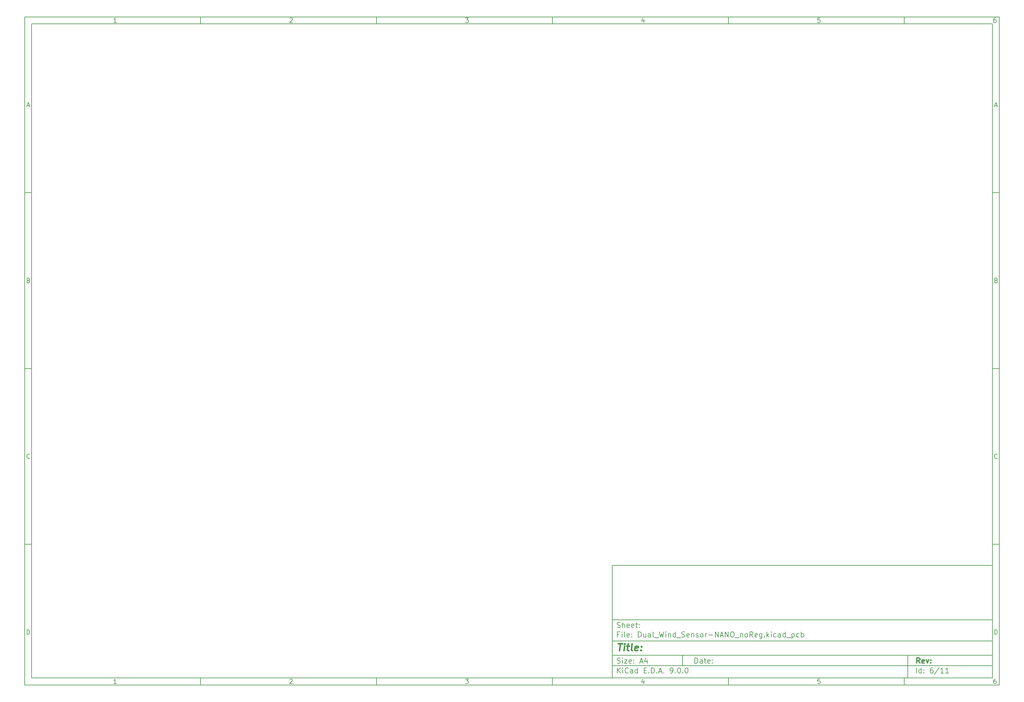
<source format=gbr>
%TF.GenerationSoftware,KiCad,Pcbnew,9.0.0*%
%TF.CreationDate,2025-05-27T12:16:38+03:00*%
%TF.ProjectId,Dual_Wind_Sensor-NANO_noReg,4475616c-5f57-4696-9e64-5f53656e736f,rev?*%
%TF.SameCoordinates,Original*%
%TF.FileFunction,Paste,Bot*%
%TF.FilePolarity,Positive*%
%FSLAX46Y46*%
G04 Gerber Fmt 4.6, Leading zero omitted, Abs format (unit mm)*
G04 Created by KiCad (PCBNEW 9.0.0) date 2025-05-27 12:16:38*
%MOMM*%
%LPD*%
G01*
G04 APERTURE LIST*
%ADD10C,0.100000*%
%ADD11C,0.150000*%
%ADD12C,0.300000*%
%ADD13C,0.400000*%
G04 APERTURE END LIST*
D10*
D11*
X177002200Y-166007200D02*
X285002200Y-166007200D01*
X285002200Y-198007200D01*
X177002200Y-198007200D01*
X177002200Y-166007200D01*
D10*
D11*
X10000000Y-10000000D02*
X287002200Y-10000000D01*
X287002200Y-200007200D01*
X10000000Y-200007200D01*
X10000000Y-10000000D01*
D10*
D11*
X12000000Y-12000000D02*
X285002200Y-12000000D01*
X285002200Y-198007200D01*
X12000000Y-198007200D01*
X12000000Y-12000000D01*
D10*
D11*
X60000000Y-12000000D02*
X60000000Y-10000000D01*
D10*
D11*
X110000000Y-12000000D02*
X110000000Y-10000000D01*
D10*
D11*
X160000000Y-12000000D02*
X160000000Y-10000000D01*
D10*
D11*
X210000000Y-12000000D02*
X210000000Y-10000000D01*
D10*
D11*
X260000000Y-12000000D02*
X260000000Y-10000000D01*
D10*
D11*
X36089160Y-11593604D02*
X35346303Y-11593604D01*
X35717731Y-11593604D02*
X35717731Y-10293604D01*
X35717731Y-10293604D02*
X35593922Y-10479319D01*
X35593922Y-10479319D02*
X35470112Y-10603128D01*
X35470112Y-10603128D02*
X35346303Y-10665033D01*
D10*
D11*
X85346303Y-10417414D02*
X85408207Y-10355509D01*
X85408207Y-10355509D02*
X85532017Y-10293604D01*
X85532017Y-10293604D02*
X85841541Y-10293604D01*
X85841541Y-10293604D02*
X85965350Y-10355509D01*
X85965350Y-10355509D02*
X86027255Y-10417414D01*
X86027255Y-10417414D02*
X86089160Y-10541223D01*
X86089160Y-10541223D02*
X86089160Y-10665033D01*
X86089160Y-10665033D02*
X86027255Y-10850747D01*
X86027255Y-10850747D02*
X85284398Y-11593604D01*
X85284398Y-11593604D02*
X86089160Y-11593604D01*
D10*
D11*
X135284398Y-10293604D02*
X136089160Y-10293604D01*
X136089160Y-10293604D02*
X135655826Y-10788842D01*
X135655826Y-10788842D02*
X135841541Y-10788842D01*
X135841541Y-10788842D02*
X135965350Y-10850747D01*
X135965350Y-10850747D02*
X136027255Y-10912652D01*
X136027255Y-10912652D02*
X136089160Y-11036461D01*
X136089160Y-11036461D02*
X136089160Y-11345985D01*
X136089160Y-11345985D02*
X136027255Y-11469795D01*
X136027255Y-11469795D02*
X135965350Y-11531700D01*
X135965350Y-11531700D02*
X135841541Y-11593604D01*
X135841541Y-11593604D02*
X135470112Y-11593604D01*
X135470112Y-11593604D02*
X135346303Y-11531700D01*
X135346303Y-11531700D02*
X135284398Y-11469795D01*
D10*
D11*
X185965350Y-10726938D02*
X185965350Y-11593604D01*
X185655826Y-10231700D02*
X185346303Y-11160271D01*
X185346303Y-11160271D02*
X186151064Y-11160271D01*
D10*
D11*
X236027255Y-10293604D02*
X235408207Y-10293604D01*
X235408207Y-10293604D02*
X235346303Y-10912652D01*
X235346303Y-10912652D02*
X235408207Y-10850747D01*
X235408207Y-10850747D02*
X235532017Y-10788842D01*
X235532017Y-10788842D02*
X235841541Y-10788842D01*
X235841541Y-10788842D02*
X235965350Y-10850747D01*
X235965350Y-10850747D02*
X236027255Y-10912652D01*
X236027255Y-10912652D02*
X236089160Y-11036461D01*
X236089160Y-11036461D02*
X236089160Y-11345985D01*
X236089160Y-11345985D02*
X236027255Y-11469795D01*
X236027255Y-11469795D02*
X235965350Y-11531700D01*
X235965350Y-11531700D02*
X235841541Y-11593604D01*
X235841541Y-11593604D02*
X235532017Y-11593604D01*
X235532017Y-11593604D02*
X235408207Y-11531700D01*
X235408207Y-11531700D02*
X235346303Y-11469795D01*
D10*
D11*
X285965350Y-10293604D02*
X285717731Y-10293604D01*
X285717731Y-10293604D02*
X285593922Y-10355509D01*
X285593922Y-10355509D02*
X285532017Y-10417414D01*
X285532017Y-10417414D02*
X285408207Y-10603128D01*
X285408207Y-10603128D02*
X285346303Y-10850747D01*
X285346303Y-10850747D02*
X285346303Y-11345985D01*
X285346303Y-11345985D02*
X285408207Y-11469795D01*
X285408207Y-11469795D02*
X285470112Y-11531700D01*
X285470112Y-11531700D02*
X285593922Y-11593604D01*
X285593922Y-11593604D02*
X285841541Y-11593604D01*
X285841541Y-11593604D02*
X285965350Y-11531700D01*
X285965350Y-11531700D02*
X286027255Y-11469795D01*
X286027255Y-11469795D02*
X286089160Y-11345985D01*
X286089160Y-11345985D02*
X286089160Y-11036461D01*
X286089160Y-11036461D02*
X286027255Y-10912652D01*
X286027255Y-10912652D02*
X285965350Y-10850747D01*
X285965350Y-10850747D02*
X285841541Y-10788842D01*
X285841541Y-10788842D02*
X285593922Y-10788842D01*
X285593922Y-10788842D02*
X285470112Y-10850747D01*
X285470112Y-10850747D02*
X285408207Y-10912652D01*
X285408207Y-10912652D02*
X285346303Y-11036461D01*
D10*
D11*
X60000000Y-198007200D02*
X60000000Y-200007200D01*
D10*
D11*
X110000000Y-198007200D02*
X110000000Y-200007200D01*
D10*
D11*
X160000000Y-198007200D02*
X160000000Y-200007200D01*
D10*
D11*
X210000000Y-198007200D02*
X210000000Y-200007200D01*
D10*
D11*
X260000000Y-198007200D02*
X260000000Y-200007200D01*
D10*
D11*
X36089160Y-199600804D02*
X35346303Y-199600804D01*
X35717731Y-199600804D02*
X35717731Y-198300804D01*
X35717731Y-198300804D02*
X35593922Y-198486519D01*
X35593922Y-198486519D02*
X35470112Y-198610328D01*
X35470112Y-198610328D02*
X35346303Y-198672233D01*
D10*
D11*
X85346303Y-198424614D02*
X85408207Y-198362709D01*
X85408207Y-198362709D02*
X85532017Y-198300804D01*
X85532017Y-198300804D02*
X85841541Y-198300804D01*
X85841541Y-198300804D02*
X85965350Y-198362709D01*
X85965350Y-198362709D02*
X86027255Y-198424614D01*
X86027255Y-198424614D02*
X86089160Y-198548423D01*
X86089160Y-198548423D02*
X86089160Y-198672233D01*
X86089160Y-198672233D02*
X86027255Y-198857947D01*
X86027255Y-198857947D02*
X85284398Y-199600804D01*
X85284398Y-199600804D02*
X86089160Y-199600804D01*
D10*
D11*
X135284398Y-198300804D02*
X136089160Y-198300804D01*
X136089160Y-198300804D02*
X135655826Y-198796042D01*
X135655826Y-198796042D02*
X135841541Y-198796042D01*
X135841541Y-198796042D02*
X135965350Y-198857947D01*
X135965350Y-198857947D02*
X136027255Y-198919852D01*
X136027255Y-198919852D02*
X136089160Y-199043661D01*
X136089160Y-199043661D02*
X136089160Y-199353185D01*
X136089160Y-199353185D02*
X136027255Y-199476995D01*
X136027255Y-199476995D02*
X135965350Y-199538900D01*
X135965350Y-199538900D02*
X135841541Y-199600804D01*
X135841541Y-199600804D02*
X135470112Y-199600804D01*
X135470112Y-199600804D02*
X135346303Y-199538900D01*
X135346303Y-199538900D02*
X135284398Y-199476995D01*
D10*
D11*
X185965350Y-198734138D02*
X185965350Y-199600804D01*
X185655826Y-198238900D02*
X185346303Y-199167471D01*
X185346303Y-199167471D02*
X186151064Y-199167471D01*
D10*
D11*
X236027255Y-198300804D02*
X235408207Y-198300804D01*
X235408207Y-198300804D02*
X235346303Y-198919852D01*
X235346303Y-198919852D02*
X235408207Y-198857947D01*
X235408207Y-198857947D02*
X235532017Y-198796042D01*
X235532017Y-198796042D02*
X235841541Y-198796042D01*
X235841541Y-198796042D02*
X235965350Y-198857947D01*
X235965350Y-198857947D02*
X236027255Y-198919852D01*
X236027255Y-198919852D02*
X236089160Y-199043661D01*
X236089160Y-199043661D02*
X236089160Y-199353185D01*
X236089160Y-199353185D02*
X236027255Y-199476995D01*
X236027255Y-199476995D02*
X235965350Y-199538900D01*
X235965350Y-199538900D02*
X235841541Y-199600804D01*
X235841541Y-199600804D02*
X235532017Y-199600804D01*
X235532017Y-199600804D02*
X235408207Y-199538900D01*
X235408207Y-199538900D02*
X235346303Y-199476995D01*
D10*
D11*
X285965350Y-198300804D02*
X285717731Y-198300804D01*
X285717731Y-198300804D02*
X285593922Y-198362709D01*
X285593922Y-198362709D02*
X285532017Y-198424614D01*
X285532017Y-198424614D02*
X285408207Y-198610328D01*
X285408207Y-198610328D02*
X285346303Y-198857947D01*
X285346303Y-198857947D02*
X285346303Y-199353185D01*
X285346303Y-199353185D02*
X285408207Y-199476995D01*
X285408207Y-199476995D02*
X285470112Y-199538900D01*
X285470112Y-199538900D02*
X285593922Y-199600804D01*
X285593922Y-199600804D02*
X285841541Y-199600804D01*
X285841541Y-199600804D02*
X285965350Y-199538900D01*
X285965350Y-199538900D02*
X286027255Y-199476995D01*
X286027255Y-199476995D02*
X286089160Y-199353185D01*
X286089160Y-199353185D02*
X286089160Y-199043661D01*
X286089160Y-199043661D02*
X286027255Y-198919852D01*
X286027255Y-198919852D02*
X285965350Y-198857947D01*
X285965350Y-198857947D02*
X285841541Y-198796042D01*
X285841541Y-198796042D02*
X285593922Y-198796042D01*
X285593922Y-198796042D02*
X285470112Y-198857947D01*
X285470112Y-198857947D02*
X285408207Y-198919852D01*
X285408207Y-198919852D02*
X285346303Y-199043661D01*
D10*
D11*
X10000000Y-60000000D02*
X12000000Y-60000000D01*
D10*
D11*
X10000000Y-110000000D02*
X12000000Y-110000000D01*
D10*
D11*
X10000000Y-160000000D02*
X12000000Y-160000000D01*
D10*
D11*
X10690476Y-35222176D02*
X11309523Y-35222176D01*
X10566666Y-35593604D02*
X10999999Y-34293604D01*
X10999999Y-34293604D02*
X11433333Y-35593604D01*
D10*
D11*
X11092857Y-84912652D02*
X11278571Y-84974557D01*
X11278571Y-84974557D02*
X11340476Y-85036461D01*
X11340476Y-85036461D02*
X11402380Y-85160271D01*
X11402380Y-85160271D02*
X11402380Y-85345985D01*
X11402380Y-85345985D02*
X11340476Y-85469795D01*
X11340476Y-85469795D02*
X11278571Y-85531700D01*
X11278571Y-85531700D02*
X11154761Y-85593604D01*
X11154761Y-85593604D02*
X10659523Y-85593604D01*
X10659523Y-85593604D02*
X10659523Y-84293604D01*
X10659523Y-84293604D02*
X11092857Y-84293604D01*
X11092857Y-84293604D02*
X11216666Y-84355509D01*
X11216666Y-84355509D02*
X11278571Y-84417414D01*
X11278571Y-84417414D02*
X11340476Y-84541223D01*
X11340476Y-84541223D02*
X11340476Y-84665033D01*
X11340476Y-84665033D02*
X11278571Y-84788842D01*
X11278571Y-84788842D02*
X11216666Y-84850747D01*
X11216666Y-84850747D02*
X11092857Y-84912652D01*
X11092857Y-84912652D02*
X10659523Y-84912652D01*
D10*
D11*
X11402380Y-135469795D02*
X11340476Y-135531700D01*
X11340476Y-135531700D02*
X11154761Y-135593604D01*
X11154761Y-135593604D02*
X11030952Y-135593604D01*
X11030952Y-135593604D02*
X10845238Y-135531700D01*
X10845238Y-135531700D02*
X10721428Y-135407890D01*
X10721428Y-135407890D02*
X10659523Y-135284080D01*
X10659523Y-135284080D02*
X10597619Y-135036461D01*
X10597619Y-135036461D02*
X10597619Y-134850747D01*
X10597619Y-134850747D02*
X10659523Y-134603128D01*
X10659523Y-134603128D02*
X10721428Y-134479319D01*
X10721428Y-134479319D02*
X10845238Y-134355509D01*
X10845238Y-134355509D02*
X11030952Y-134293604D01*
X11030952Y-134293604D02*
X11154761Y-134293604D01*
X11154761Y-134293604D02*
X11340476Y-134355509D01*
X11340476Y-134355509D02*
X11402380Y-134417414D01*
D10*
D11*
X10659523Y-185593604D02*
X10659523Y-184293604D01*
X10659523Y-184293604D02*
X10969047Y-184293604D01*
X10969047Y-184293604D02*
X11154761Y-184355509D01*
X11154761Y-184355509D02*
X11278571Y-184479319D01*
X11278571Y-184479319D02*
X11340476Y-184603128D01*
X11340476Y-184603128D02*
X11402380Y-184850747D01*
X11402380Y-184850747D02*
X11402380Y-185036461D01*
X11402380Y-185036461D02*
X11340476Y-185284080D01*
X11340476Y-185284080D02*
X11278571Y-185407890D01*
X11278571Y-185407890D02*
X11154761Y-185531700D01*
X11154761Y-185531700D02*
X10969047Y-185593604D01*
X10969047Y-185593604D02*
X10659523Y-185593604D01*
D10*
D11*
X287002200Y-60000000D02*
X285002200Y-60000000D01*
D10*
D11*
X287002200Y-110000000D02*
X285002200Y-110000000D01*
D10*
D11*
X287002200Y-160000000D02*
X285002200Y-160000000D01*
D10*
D11*
X285692676Y-35222176D02*
X286311723Y-35222176D01*
X285568866Y-35593604D02*
X286002199Y-34293604D01*
X286002199Y-34293604D02*
X286435533Y-35593604D01*
D10*
D11*
X286095057Y-84912652D02*
X286280771Y-84974557D01*
X286280771Y-84974557D02*
X286342676Y-85036461D01*
X286342676Y-85036461D02*
X286404580Y-85160271D01*
X286404580Y-85160271D02*
X286404580Y-85345985D01*
X286404580Y-85345985D02*
X286342676Y-85469795D01*
X286342676Y-85469795D02*
X286280771Y-85531700D01*
X286280771Y-85531700D02*
X286156961Y-85593604D01*
X286156961Y-85593604D02*
X285661723Y-85593604D01*
X285661723Y-85593604D02*
X285661723Y-84293604D01*
X285661723Y-84293604D02*
X286095057Y-84293604D01*
X286095057Y-84293604D02*
X286218866Y-84355509D01*
X286218866Y-84355509D02*
X286280771Y-84417414D01*
X286280771Y-84417414D02*
X286342676Y-84541223D01*
X286342676Y-84541223D02*
X286342676Y-84665033D01*
X286342676Y-84665033D02*
X286280771Y-84788842D01*
X286280771Y-84788842D02*
X286218866Y-84850747D01*
X286218866Y-84850747D02*
X286095057Y-84912652D01*
X286095057Y-84912652D02*
X285661723Y-84912652D01*
D10*
D11*
X286404580Y-135469795D02*
X286342676Y-135531700D01*
X286342676Y-135531700D02*
X286156961Y-135593604D01*
X286156961Y-135593604D02*
X286033152Y-135593604D01*
X286033152Y-135593604D02*
X285847438Y-135531700D01*
X285847438Y-135531700D02*
X285723628Y-135407890D01*
X285723628Y-135407890D02*
X285661723Y-135284080D01*
X285661723Y-135284080D02*
X285599819Y-135036461D01*
X285599819Y-135036461D02*
X285599819Y-134850747D01*
X285599819Y-134850747D02*
X285661723Y-134603128D01*
X285661723Y-134603128D02*
X285723628Y-134479319D01*
X285723628Y-134479319D02*
X285847438Y-134355509D01*
X285847438Y-134355509D02*
X286033152Y-134293604D01*
X286033152Y-134293604D02*
X286156961Y-134293604D01*
X286156961Y-134293604D02*
X286342676Y-134355509D01*
X286342676Y-134355509D02*
X286404580Y-134417414D01*
D10*
D11*
X285661723Y-185593604D02*
X285661723Y-184293604D01*
X285661723Y-184293604D02*
X285971247Y-184293604D01*
X285971247Y-184293604D02*
X286156961Y-184355509D01*
X286156961Y-184355509D02*
X286280771Y-184479319D01*
X286280771Y-184479319D02*
X286342676Y-184603128D01*
X286342676Y-184603128D02*
X286404580Y-184850747D01*
X286404580Y-184850747D02*
X286404580Y-185036461D01*
X286404580Y-185036461D02*
X286342676Y-185284080D01*
X286342676Y-185284080D02*
X286280771Y-185407890D01*
X286280771Y-185407890D02*
X286156961Y-185531700D01*
X286156961Y-185531700D02*
X285971247Y-185593604D01*
X285971247Y-185593604D02*
X285661723Y-185593604D01*
D10*
D11*
X200458026Y-193793328D02*
X200458026Y-192293328D01*
X200458026Y-192293328D02*
X200815169Y-192293328D01*
X200815169Y-192293328D02*
X201029455Y-192364757D01*
X201029455Y-192364757D02*
X201172312Y-192507614D01*
X201172312Y-192507614D02*
X201243741Y-192650471D01*
X201243741Y-192650471D02*
X201315169Y-192936185D01*
X201315169Y-192936185D02*
X201315169Y-193150471D01*
X201315169Y-193150471D02*
X201243741Y-193436185D01*
X201243741Y-193436185D02*
X201172312Y-193579042D01*
X201172312Y-193579042D02*
X201029455Y-193721900D01*
X201029455Y-193721900D02*
X200815169Y-193793328D01*
X200815169Y-193793328D02*
X200458026Y-193793328D01*
X202600884Y-193793328D02*
X202600884Y-193007614D01*
X202600884Y-193007614D02*
X202529455Y-192864757D01*
X202529455Y-192864757D02*
X202386598Y-192793328D01*
X202386598Y-192793328D02*
X202100884Y-192793328D01*
X202100884Y-192793328D02*
X201958026Y-192864757D01*
X202600884Y-193721900D02*
X202458026Y-193793328D01*
X202458026Y-193793328D02*
X202100884Y-193793328D01*
X202100884Y-193793328D02*
X201958026Y-193721900D01*
X201958026Y-193721900D02*
X201886598Y-193579042D01*
X201886598Y-193579042D02*
X201886598Y-193436185D01*
X201886598Y-193436185D02*
X201958026Y-193293328D01*
X201958026Y-193293328D02*
X202100884Y-193221900D01*
X202100884Y-193221900D02*
X202458026Y-193221900D01*
X202458026Y-193221900D02*
X202600884Y-193150471D01*
X203100884Y-192793328D02*
X203672312Y-192793328D01*
X203315169Y-192293328D02*
X203315169Y-193579042D01*
X203315169Y-193579042D02*
X203386598Y-193721900D01*
X203386598Y-193721900D02*
X203529455Y-193793328D01*
X203529455Y-193793328D02*
X203672312Y-193793328D01*
X204743741Y-193721900D02*
X204600884Y-193793328D01*
X204600884Y-193793328D02*
X204315170Y-193793328D01*
X204315170Y-193793328D02*
X204172312Y-193721900D01*
X204172312Y-193721900D02*
X204100884Y-193579042D01*
X204100884Y-193579042D02*
X204100884Y-193007614D01*
X204100884Y-193007614D02*
X204172312Y-192864757D01*
X204172312Y-192864757D02*
X204315170Y-192793328D01*
X204315170Y-192793328D02*
X204600884Y-192793328D01*
X204600884Y-192793328D02*
X204743741Y-192864757D01*
X204743741Y-192864757D02*
X204815170Y-193007614D01*
X204815170Y-193007614D02*
X204815170Y-193150471D01*
X204815170Y-193150471D02*
X204100884Y-193293328D01*
X205458026Y-193650471D02*
X205529455Y-193721900D01*
X205529455Y-193721900D02*
X205458026Y-193793328D01*
X205458026Y-193793328D02*
X205386598Y-193721900D01*
X205386598Y-193721900D02*
X205458026Y-193650471D01*
X205458026Y-193650471D02*
X205458026Y-193793328D01*
X205458026Y-192864757D02*
X205529455Y-192936185D01*
X205529455Y-192936185D02*
X205458026Y-193007614D01*
X205458026Y-193007614D02*
X205386598Y-192936185D01*
X205386598Y-192936185D02*
X205458026Y-192864757D01*
X205458026Y-192864757D02*
X205458026Y-193007614D01*
D10*
D11*
X177002200Y-194507200D02*
X285002200Y-194507200D01*
D10*
D11*
X178458026Y-196593328D02*
X178458026Y-195093328D01*
X179315169Y-196593328D02*
X178672312Y-195736185D01*
X179315169Y-195093328D02*
X178458026Y-195950471D01*
X179958026Y-196593328D02*
X179958026Y-195593328D01*
X179958026Y-195093328D02*
X179886598Y-195164757D01*
X179886598Y-195164757D02*
X179958026Y-195236185D01*
X179958026Y-195236185D02*
X180029455Y-195164757D01*
X180029455Y-195164757D02*
X179958026Y-195093328D01*
X179958026Y-195093328D02*
X179958026Y-195236185D01*
X181529455Y-196450471D02*
X181458027Y-196521900D01*
X181458027Y-196521900D02*
X181243741Y-196593328D01*
X181243741Y-196593328D02*
X181100884Y-196593328D01*
X181100884Y-196593328D02*
X180886598Y-196521900D01*
X180886598Y-196521900D02*
X180743741Y-196379042D01*
X180743741Y-196379042D02*
X180672312Y-196236185D01*
X180672312Y-196236185D02*
X180600884Y-195950471D01*
X180600884Y-195950471D02*
X180600884Y-195736185D01*
X180600884Y-195736185D02*
X180672312Y-195450471D01*
X180672312Y-195450471D02*
X180743741Y-195307614D01*
X180743741Y-195307614D02*
X180886598Y-195164757D01*
X180886598Y-195164757D02*
X181100884Y-195093328D01*
X181100884Y-195093328D02*
X181243741Y-195093328D01*
X181243741Y-195093328D02*
X181458027Y-195164757D01*
X181458027Y-195164757D02*
X181529455Y-195236185D01*
X182815170Y-196593328D02*
X182815170Y-195807614D01*
X182815170Y-195807614D02*
X182743741Y-195664757D01*
X182743741Y-195664757D02*
X182600884Y-195593328D01*
X182600884Y-195593328D02*
X182315170Y-195593328D01*
X182315170Y-195593328D02*
X182172312Y-195664757D01*
X182815170Y-196521900D02*
X182672312Y-196593328D01*
X182672312Y-196593328D02*
X182315170Y-196593328D01*
X182315170Y-196593328D02*
X182172312Y-196521900D01*
X182172312Y-196521900D02*
X182100884Y-196379042D01*
X182100884Y-196379042D02*
X182100884Y-196236185D01*
X182100884Y-196236185D02*
X182172312Y-196093328D01*
X182172312Y-196093328D02*
X182315170Y-196021900D01*
X182315170Y-196021900D02*
X182672312Y-196021900D01*
X182672312Y-196021900D02*
X182815170Y-195950471D01*
X184172313Y-196593328D02*
X184172313Y-195093328D01*
X184172313Y-196521900D02*
X184029455Y-196593328D01*
X184029455Y-196593328D02*
X183743741Y-196593328D01*
X183743741Y-196593328D02*
X183600884Y-196521900D01*
X183600884Y-196521900D02*
X183529455Y-196450471D01*
X183529455Y-196450471D02*
X183458027Y-196307614D01*
X183458027Y-196307614D02*
X183458027Y-195879042D01*
X183458027Y-195879042D02*
X183529455Y-195736185D01*
X183529455Y-195736185D02*
X183600884Y-195664757D01*
X183600884Y-195664757D02*
X183743741Y-195593328D01*
X183743741Y-195593328D02*
X184029455Y-195593328D01*
X184029455Y-195593328D02*
X184172313Y-195664757D01*
X186029455Y-195807614D02*
X186529455Y-195807614D01*
X186743741Y-196593328D02*
X186029455Y-196593328D01*
X186029455Y-196593328D02*
X186029455Y-195093328D01*
X186029455Y-195093328D02*
X186743741Y-195093328D01*
X187386598Y-196450471D02*
X187458027Y-196521900D01*
X187458027Y-196521900D02*
X187386598Y-196593328D01*
X187386598Y-196593328D02*
X187315170Y-196521900D01*
X187315170Y-196521900D02*
X187386598Y-196450471D01*
X187386598Y-196450471D02*
X187386598Y-196593328D01*
X188100884Y-196593328D02*
X188100884Y-195093328D01*
X188100884Y-195093328D02*
X188458027Y-195093328D01*
X188458027Y-195093328D02*
X188672313Y-195164757D01*
X188672313Y-195164757D02*
X188815170Y-195307614D01*
X188815170Y-195307614D02*
X188886599Y-195450471D01*
X188886599Y-195450471D02*
X188958027Y-195736185D01*
X188958027Y-195736185D02*
X188958027Y-195950471D01*
X188958027Y-195950471D02*
X188886599Y-196236185D01*
X188886599Y-196236185D02*
X188815170Y-196379042D01*
X188815170Y-196379042D02*
X188672313Y-196521900D01*
X188672313Y-196521900D02*
X188458027Y-196593328D01*
X188458027Y-196593328D02*
X188100884Y-196593328D01*
X189600884Y-196450471D02*
X189672313Y-196521900D01*
X189672313Y-196521900D02*
X189600884Y-196593328D01*
X189600884Y-196593328D02*
X189529456Y-196521900D01*
X189529456Y-196521900D02*
X189600884Y-196450471D01*
X189600884Y-196450471D02*
X189600884Y-196593328D01*
X190243742Y-196164757D02*
X190958028Y-196164757D01*
X190100885Y-196593328D02*
X190600885Y-195093328D01*
X190600885Y-195093328D02*
X191100885Y-196593328D01*
X191600884Y-196450471D02*
X191672313Y-196521900D01*
X191672313Y-196521900D02*
X191600884Y-196593328D01*
X191600884Y-196593328D02*
X191529456Y-196521900D01*
X191529456Y-196521900D02*
X191600884Y-196450471D01*
X191600884Y-196450471D02*
X191600884Y-196593328D01*
X193529456Y-196593328D02*
X193815170Y-196593328D01*
X193815170Y-196593328D02*
X193958027Y-196521900D01*
X193958027Y-196521900D02*
X194029456Y-196450471D01*
X194029456Y-196450471D02*
X194172313Y-196236185D01*
X194172313Y-196236185D02*
X194243742Y-195950471D01*
X194243742Y-195950471D02*
X194243742Y-195379042D01*
X194243742Y-195379042D02*
X194172313Y-195236185D01*
X194172313Y-195236185D02*
X194100885Y-195164757D01*
X194100885Y-195164757D02*
X193958027Y-195093328D01*
X193958027Y-195093328D02*
X193672313Y-195093328D01*
X193672313Y-195093328D02*
X193529456Y-195164757D01*
X193529456Y-195164757D02*
X193458027Y-195236185D01*
X193458027Y-195236185D02*
X193386599Y-195379042D01*
X193386599Y-195379042D02*
X193386599Y-195736185D01*
X193386599Y-195736185D02*
X193458027Y-195879042D01*
X193458027Y-195879042D02*
X193529456Y-195950471D01*
X193529456Y-195950471D02*
X193672313Y-196021900D01*
X193672313Y-196021900D02*
X193958027Y-196021900D01*
X193958027Y-196021900D02*
X194100885Y-195950471D01*
X194100885Y-195950471D02*
X194172313Y-195879042D01*
X194172313Y-195879042D02*
X194243742Y-195736185D01*
X194886598Y-196450471D02*
X194958027Y-196521900D01*
X194958027Y-196521900D02*
X194886598Y-196593328D01*
X194886598Y-196593328D02*
X194815170Y-196521900D01*
X194815170Y-196521900D02*
X194886598Y-196450471D01*
X194886598Y-196450471D02*
X194886598Y-196593328D01*
X195886599Y-195093328D02*
X196029456Y-195093328D01*
X196029456Y-195093328D02*
X196172313Y-195164757D01*
X196172313Y-195164757D02*
X196243742Y-195236185D01*
X196243742Y-195236185D02*
X196315170Y-195379042D01*
X196315170Y-195379042D02*
X196386599Y-195664757D01*
X196386599Y-195664757D02*
X196386599Y-196021900D01*
X196386599Y-196021900D02*
X196315170Y-196307614D01*
X196315170Y-196307614D02*
X196243742Y-196450471D01*
X196243742Y-196450471D02*
X196172313Y-196521900D01*
X196172313Y-196521900D02*
X196029456Y-196593328D01*
X196029456Y-196593328D02*
X195886599Y-196593328D01*
X195886599Y-196593328D02*
X195743742Y-196521900D01*
X195743742Y-196521900D02*
X195672313Y-196450471D01*
X195672313Y-196450471D02*
X195600884Y-196307614D01*
X195600884Y-196307614D02*
X195529456Y-196021900D01*
X195529456Y-196021900D02*
X195529456Y-195664757D01*
X195529456Y-195664757D02*
X195600884Y-195379042D01*
X195600884Y-195379042D02*
X195672313Y-195236185D01*
X195672313Y-195236185D02*
X195743742Y-195164757D01*
X195743742Y-195164757D02*
X195886599Y-195093328D01*
X197029455Y-196450471D02*
X197100884Y-196521900D01*
X197100884Y-196521900D02*
X197029455Y-196593328D01*
X197029455Y-196593328D02*
X196958027Y-196521900D01*
X196958027Y-196521900D02*
X197029455Y-196450471D01*
X197029455Y-196450471D02*
X197029455Y-196593328D01*
X198029456Y-195093328D02*
X198172313Y-195093328D01*
X198172313Y-195093328D02*
X198315170Y-195164757D01*
X198315170Y-195164757D02*
X198386599Y-195236185D01*
X198386599Y-195236185D02*
X198458027Y-195379042D01*
X198458027Y-195379042D02*
X198529456Y-195664757D01*
X198529456Y-195664757D02*
X198529456Y-196021900D01*
X198529456Y-196021900D02*
X198458027Y-196307614D01*
X198458027Y-196307614D02*
X198386599Y-196450471D01*
X198386599Y-196450471D02*
X198315170Y-196521900D01*
X198315170Y-196521900D02*
X198172313Y-196593328D01*
X198172313Y-196593328D02*
X198029456Y-196593328D01*
X198029456Y-196593328D02*
X197886599Y-196521900D01*
X197886599Y-196521900D02*
X197815170Y-196450471D01*
X197815170Y-196450471D02*
X197743741Y-196307614D01*
X197743741Y-196307614D02*
X197672313Y-196021900D01*
X197672313Y-196021900D02*
X197672313Y-195664757D01*
X197672313Y-195664757D02*
X197743741Y-195379042D01*
X197743741Y-195379042D02*
X197815170Y-195236185D01*
X197815170Y-195236185D02*
X197886599Y-195164757D01*
X197886599Y-195164757D02*
X198029456Y-195093328D01*
D10*
D11*
X177002200Y-191507200D02*
X285002200Y-191507200D01*
D10*
D12*
X264413853Y-193785528D02*
X263913853Y-193071242D01*
X263556710Y-193785528D02*
X263556710Y-192285528D01*
X263556710Y-192285528D02*
X264128139Y-192285528D01*
X264128139Y-192285528D02*
X264270996Y-192356957D01*
X264270996Y-192356957D02*
X264342425Y-192428385D01*
X264342425Y-192428385D02*
X264413853Y-192571242D01*
X264413853Y-192571242D02*
X264413853Y-192785528D01*
X264413853Y-192785528D02*
X264342425Y-192928385D01*
X264342425Y-192928385D02*
X264270996Y-192999814D01*
X264270996Y-192999814D02*
X264128139Y-193071242D01*
X264128139Y-193071242D02*
X263556710Y-193071242D01*
X265628139Y-193714100D02*
X265485282Y-193785528D01*
X265485282Y-193785528D02*
X265199568Y-193785528D01*
X265199568Y-193785528D02*
X265056710Y-193714100D01*
X265056710Y-193714100D02*
X264985282Y-193571242D01*
X264985282Y-193571242D02*
X264985282Y-192999814D01*
X264985282Y-192999814D02*
X265056710Y-192856957D01*
X265056710Y-192856957D02*
X265199568Y-192785528D01*
X265199568Y-192785528D02*
X265485282Y-192785528D01*
X265485282Y-192785528D02*
X265628139Y-192856957D01*
X265628139Y-192856957D02*
X265699568Y-192999814D01*
X265699568Y-192999814D02*
X265699568Y-193142671D01*
X265699568Y-193142671D02*
X264985282Y-193285528D01*
X266199567Y-192785528D02*
X266556710Y-193785528D01*
X266556710Y-193785528D02*
X266913853Y-192785528D01*
X267485281Y-193642671D02*
X267556710Y-193714100D01*
X267556710Y-193714100D02*
X267485281Y-193785528D01*
X267485281Y-193785528D02*
X267413853Y-193714100D01*
X267413853Y-193714100D02*
X267485281Y-193642671D01*
X267485281Y-193642671D02*
X267485281Y-193785528D01*
X267485281Y-192856957D02*
X267556710Y-192928385D01*
X267556710Y-192928385D02*
X267485281Y-192999814D01*
X267485281Y-192999814D02*
X267413853Y-192928385D01*
X267413853Y-192928385D02*
X267485281Y-192856957D01*
X267485281Y-192856957D02*
X267485281Y-192999814D01*
D10*
D11*
X178386598Y-193721900D02*
X178600884Y-193793328D01*
X178600884Y-193793328D02*
X178958026Y-193793328D01*
X178958026Y-193793328D02*
X179100884Y-193721900D01*
X179100884Y-193721900D02*
X179172312Y-193650471D01*
X179172312Y-193650471D02*
X179243741Y-193507614D01*
X179243741Y-193507614D02*
X179243741Y-193364757D01*
X179243741Y-193364757D02*
X179172312Y-193221900D01*
X179172312Y-193221900D02*
X179100884Y-193150471D01*
X179100884Y-193150471D02*
X178958026Y-193079042D01*
X178958026Y-193079042D02*
X178672312Y-193007614D01*
X178672312Y-193007614D02*
X178529455Y-192936185D01*
X178529455Y-192936185D02*
X178458026Y-192864757D01*
X178458026Y-192864757D02*
X178386598Y-192721900D01*
X178386598Y-192721900D02*
X178386598Y-192579042D01*
X178386598Y-192579042D02*
X178458026Y-192436185D01*
X178458026Y-192436185D02*
X178529455Y-192364757D01*
X178529455Y-192364757D02*
X178672312Y-192293328D01*
X178672312Y-192293328D02*
X179029455Y-192293328D01*
X179029455Y-192293328D02*
X179243741Y-192364757D01*
X179886597Y-193793328D02*
X179886597Y-192793328D01*
X179886597Y-192293328D02*
X179815169Y-192364757D01*
X179815169Y-192364757D02*
X179886597Y-192436185D01*
X179886597Y-192436185D02*
X179958026Y-192364757D01*
X179958026Y-192364757D02*
X179886597Y-192293328D01*
X179886597Y-192293328D02*
X179886597Y-192436185D01*
X180458026Y-192793328D02*
X181243741Y-192793328D01*
X181243741Y-192793328D02*
X180458026Y-193793328D01*
X180458026Y-193793328D02*
X181243741Y-193793328D01*
X182386598Y-193721900D02*
X182243741Y-193793328D01*
X182243741Y-193793328D02*
X181958027Y-193793328D01*
X181958027Y-193793328D02*
X181815169Y-193721900D01*
X181815169Y-193721900D02*
X181743741Y-193579042D01*
X181743741Y-193579042D02*
X181743741Y-193007614D01*
X181743741Y-193007614D02*
X181815169Y-192864757D01*
X181815169Y-192864757D02*
X181958027Y-192793328D01*
X181958027Y-192793328D02*
X182243741Y-192793328D01*
X182243741Y-192793328D02*
X182386598Y-192864757D01*
X182386598Y-192864757D02*
X182458027Y-193007614D01*
X182458027Y-193007614D02*
X182458027Y-193150471D01*
X182458027Y-193150471D02*
X181743741Y-193293328D01*
X183100883Y-193650471D02*
X183172312Y-193721900D01*
X183172312Y-193721900D02*
X183100883Y-193793328D01*
X183100883Y-193793328D02*
X183029455Y-193721900D01*
X183029455Y-193721900D02*
X183100883Y-193650471D01*
X183100883Y-193650471D02*
X183100883Y-193793328D01*
X183100883Y-192864757D02*
X183172312Y-192936185D01*
X183172312Y-192936185D02*
X183100883Y-193007614D01*
X183100883Y-193007614D02*
X183029455Y-192936185D01*
X183029455Y-192936185D02*
X183100883Y-192864757D01*
X183100883Y-192864757D02*
X183100883Y-193007614D01*
X184886598Y-193364757D02*
X185600884Y-193364757D01*
X184743741Y-193793328D02*
X185243741Y-192293328D01*
X185243741Y-192293328D02*
X185743741Y-193793328D01*
X186886598Y-192793328D02*
X186886598Y-193793328D01*
X186529455Y-192221900D02*
X186172312Y-193293328D01*
X186172312Y-193293328D02*
X187100883Y-193293328D01*
D10*
D11*
X263458026Y-196593328D02*
X263458026Y-195093328D01*
X264815170Y-196593328D02*
X264815170Y-195093328D01*
X264815170Y-196521900D02*
X264672312Y-196593328D01*
X264672312Y-196593328D02*
X264386598Y-196593328D01*
X264386598Y-196593328D02*
X264243741Y-196521900D01*
X264243741Y-196521900D02*
X264172312Y-196450471D01*
X264172312Y-196450471D02*
X264100884Y-196307614D01*
X264100884Y-196307614D02*
X264100884Y-195879042D01*
X264100884Y-195879042D02*
X264172312Y-195736185D01*
X264172312Y-195736185D02*
X264243741Y-195664757D01*
X264243741Y-195664757D02*
X264386598Y-195593328D01*
X264386598Y-195593328D02*
X264672312Y-195593328D01*
X264672312Y-195593328D02*
X264815170Y-195664757D01*
X265529455Y-196450471D02*
X265600884Y-196521900D01*
X265600884Y-196521900D02*
X265529455Y-196593328D01*
X265529455Y-196593328D02*
X265458027Y-196521900D01*
X265458027Y-196521900D02*
X265529455Y-196450471D01*
X265529455Y-196450471D02*
X265529455Y-196593328D01*
X265529455Y-195664757D02*
X265600884Y-195736185D01*
X265600884Y-195736185D02*
X265529455Y-195807614D01*
X265529455Y-195807614D02*
X265458027Y-195736185D01*
X265458027Y-195736185D02*
X265529455Y-195664757D01*
X265529455Y-195664757D02*
X265529455Y-195807614D01*
X268029456Y-195093328D02*
X267743741Y-195093328D01*
X267743741Y-195093328D02*
X267600884Y-195164757D01*
X267600884Y-195164757D02*
X267529456Y-195236185D01*
X267529456Y-195236185D02*
X267386598Y-195450471D01*
X267386598Y-195450471D02*
X267315170Y-195736185D01*
X267315170Y-195736185D02*
X267315170Y-196307614D01*
X267315170Y-196307614D02*
X267386598Y-196450471D01*
X267386598Y-196450471D02*
X267458027Y-196521900D01*
X267458027Y-196521900D02*
X267600884Y-196593328D01*
X267600884Y-196593328D02*
X267886598Y-196593328D01*
X267886598Y-196593328D02*
X268029456Y-196521900D01*
X268029456Y-196521900D02*
X268100884Y-196450471D01*
X268100884Y-196450471D02*
X268172313Y-196307614D01*
X268172313Y-196307614D02*
X268172313Y-195950471D01*
X268172313Y-195950471D02*
X268100884Y-195807614D01*
X268100884Y-195807614D02*
X268029456Y-195736185D01*
X268029456Y-195736185D02*
X267886598Y-195664757D01*
X267886598Y-195664757D02*
X267600884Y-195664757D01*
X267600884Y-195664757D02*
X267458027Y-195736185D01*
X267458027Y-195736185D02*
X267386598Y-195807614D01*
X267386598Y-195807614D02*
X267315170Y-195950471D01*
X269886598Y-195021900D02*
X268600884Y-196950471D01*
X271172313Y-196593328D02*
X270315170Y-196593328D01*
X270743741Y-196593328D02*
X270743741Y-195093328D01*
X270743741Y-195093328D02*
X270600884Y-195307614D01*
X270600884Y-195307614D02*
X270458027Y-195450471D01*
X270458027Y-195450471D02*
X270315170Y-195521900D01*
X272600884Y-196593328D02*
X271743741Y-196593328D01*
X272172312Y-196593328D02*
X272172312Y-195093328D01*
X272172312Y-195093328D02*
X272029455Y-195307614D01*
X272029455Y-195307614D02*
X271886598Y-195450471D01*
X271886598Y-195450471D02*
X271743741Y-195521900D01*
D10*
D11*
X177002200Y-187507200D02*
X285002200Y-187507200D01*
D10*
D13*
X178693928Y-188211638D02*
X179836785Y-188211638D01*
X179015357Y-190211638D02*
X179265357Y-188211638D01*
X180253452Y-190211638D02*
X180420119Y-188878304D01*
X180503452Y-188211638D02*
X180396309Y-188306876D01*
X180396309Y-188306876D02*
X180479643Y-188402114D01*
X180479643Y-188402114D02*
X180586786Y-188306876D01*
X180586786Y-188306876D02*
X180503452Y-188211638D01*
X180503452Y-188211638D02*
X180479643Y-188402114D01*
X181086786Y-188878304D02*
X181848690Y-188878304D01*
X181455833Y-188211638D02*
X181241548Y-189925923D01*
X181241548Y-189925923D02*
X181312976Y-190116400D01*
X181312976Y-190116400D02*
X181491548Y-190211638D01*
X181491548Y-190211638D02*
X181682024Y-190211638D01*
X182634405Y-190211638D02*
X182455833Y-190116400D01*
X182455833Y-190116400D02*
X182384405Y-189925923D01*
X182384405Y-189925923D02*
X182598690Y-188211638D01*
X184170119Y-190116400D02*
X183967738Y-190211638D01*
X183967738Y-190211638D02*
X183586785Y-190211638D01*
X183586785Y-190211638D02*
X183408214Y-190116400D01*
X183408214Y-190116400D02*
X183336785Y-189925923D01*
X183336785Y-189925923D02*
X183432024Y-189164019D01*
X183432024Y-189164019D02*
X183551071Y-188973542D01*
X183551071Y-188973542D02*
X183753452Y-188878304D01*
X183753452Y-188878304D02*
X184134404Y-188878304D01*
X184134404Y-188878304D02*
X184312976Y-188973542D01*
X184312976Y-188973542D02*
X184384404Y-189164019D01*
X184384404Y-189164019D02*
X184360595Y-189354495D01*
X184360595Y-189354495D02*
X183384404Y-189544971D01*
X185134405Y-190021161D02*
X185217738Y-190116400D01*
X185217738Y-190116400D02*
X185110595Y-190211638D01*
X185110595Y-190211638D02*
X185027262Y-190116400D01*
X185027262Y-190116400D02*
X185134405Y-190021161D01*
X185134405Y-190021161D02*
X185110595Y-190211638D01*
X185265357Y-188973542D02*
X185348690Y-189068780D01*
X185348690Y-189068780D02*
X185241548Y-189164019D01*
X185241548Y-189164019D02*
X185158214Y-189068780D01*
X185158214Y-189068780D02*
X185265357Y-188973542D01*
X185265357Y-188973542D02*
X185241548Y-189164019D01*
D10*
D11*
X178958026Y-185607614D02*
X178458026Y-185607614D01*
X178458026Y-186393328D02*
X178458026Y-184893328D01*
X178458026Y-184893328D02*
X179172312Y-184893328D01*
X179743740Y-186393328D02*
X179743740Y-185393328D01*
X179743740Y-184893328D02*
X179672312Y-184964757D01*
X179672312Y-184964757D02*
X179743740Y-185036185D01*
X179743740Y-185036185D02*
X179815169Y-184964757D01*
X179815169Y-184964757D02*
X179743740Y-184893328D01*
X179743740Y-184893328D02*
X179743740Y-185036185D01*
X180672312Y-186393328D02*
X180529455Y-186321900D01*
X180529455Y-186321900D02*
X180458026Y-186179042D01*
X180458026Y-186179042D02*
X180458026Y-184893328D01*
X181815169Y-186321900D02*
X181672312Y-186393328D01*
X181672312Y-186393328D02*
X181386598Y-186393328D01*
X181386598Y-186393328D02*
X181243740Y-186321900D01*
X181243740Y-186321900D02*
X181172312Y-186179042D01*
X181172312Y-186179042D02*
X181172312Y-185607614D01*
X181172312Y-185607614D02*
X181243740Y-185464757D01*
X181243740Y-185464757D02*
X181386598Y-185393328D01*
X181386598Y-185393328D02*
X181672312Y-185393328D01*
X181672312Y-185393328D02*
X181815169Y-185464757D01*
X181815169Y-185464757D02*
X181886598Y-185607614D01*
X181886598Y-185607614D02*
X181886598Y-185750471D01*
X181886598Y-185750471D02*
X181172312Y-185893328D01*
X182529454Y-186250471D02*
X182600883Y-186321900D01*
X182600883Y-186321900D02*
X182529454Y-186393328D01*
X182529454Y-186393328D02*
X182458026Y-186321900D01*
X182458026Y-186321900D02*
X182529454Y-186250471D01*
X182529454Y-186250471D02*
X182529454Y-186393328D01*
X182529454Y-185464757D02*
X182600883Y-185536185D01*
X182600883Y-185536185D02*
X182529454Y-185607614D01*
X182529454Y-185607614D02*
X182458026Y-185536185D01*
X182458026Y-185536185D02*
X182529454Y-185464757D01*
X182529454Y-185464757D02*
X182529454Y-185607614D01*
X184386597Y-186393328D02*
X184386597Y-184893328D01*
X184386597Y-184893328D02*
X184743740Y-184893328D01*
X184743740Y-184893328D02*
X184958026Y-184964757D01*
X184958026Y-184964757D02*
X185100883Y-185107614D01*
X185100883Y-185107614D02*
X185172312Y-185250471D01*
X185172312Y-185250471D02*
X185243740Y-185536185D01*
X185243740Y-185536185D02*
X185243740Y-185750471D01*
X185243740Y-185750471D02*
X185172312Y-186036185D01*
X185172312Y-186036185D02*
X185100883Y-186179042D01*
X185100883Y-186179042D02*
X184958026Y-186321900D01*
X184958026Y-186321900D02*
X184743740Y-186393328D01*
X184743740Y-186393328D02*
X184386597Y-186393328D01*
X186529455Y-185393328D02*
X186529455Y-186393328D01*
X185886597Y-185393328D02*
X185886597Y-186179042D01*
X185886597Y-186179042D02*
X185958026Y-186321900D01*
X185958026Y-186321900D02*
X186100883Y-186393328D01*
X186100883Y-186393328D02*
X186315169Y-186393328D01*
X186315169Y-186393328D02*
X186458026Y-186321900D01*
X186458026Y-186321900D02*
X186529455Y-186250471D01*
X187886598Y-186393328D02*
X187886598Y-185607614D01*
X187886598Y-185607614D02*
X187815169Y-185464757D01*
X187815169Y-185464757D02*
X187672312Y-185393328D01*
X187672312Y-185393328D02*
X187386598Y-185393328D01*
X187386598Y-185393328D02*
X187243740Y-185464757D01*
X187886598Y-186321900D02*
X187743740Y-186393328D01*
X187743740Y-186393328D02*
X187386598Y-186393328D01*
X187386598Y-186393328D02*
X187243740Y-186321900D01*
X187243740Y-186321900D02*
X187172312Y-186179042D01*
X187172312Y-186179042D02*
X187172312Y-186036185D01*
X187172312Y-186036185D02*
X187243740Y-185893328D01*
X187243740Y-185893328D02*
X187386598Y-185821900D01*
X187386598Y-185821900D02*
X187743740Y-185821900D01*
X187743740Y-185821900D02*
X187886598Y-185750471D01*
X188815169Y-186393328D02*
X188672312Y-186321900D01*
X188672312Y-186321900D02*
X188600883Y-186179042D01*
X188600883Y-186179042D02*
X188600883Y-184893328D01*
X189029455Y-186536185D02*
X190172312Y-186536185D01*
X190386597Y-184893328D02*
X190743740Y-186393328D01*
X190743740Y-186393328D02*
X191029454Y-185321900D01*
X191029454Y-185321900D02*
X191315169Y-186393328D01*
X191315169Y-186393328D02*
X191672312Y-184893328D01*
X192243740Y-186393328D02*
X192243740Y-185393328D01*
X192243740Y-184893328D02*
X192172312Y-184964757D01*
X192172312Y-184964757D02*
X192243740Y-185036185D01*
X192243740Y-185036185D02*
X192315169Y-184964757D01*
X192315169Y-184964757D02*
X192243740Y-184893328D01*
X192243740Y-184893328D02*
X192243740Y-185036185D01*
X192958026Y-185393328D02*
X192958026Y-186393328D01*
X192958026Y-185536185D02*
X193029455Y-185464757D01*
X193029455Y-185464757D02*
X193172312Y-185393328D01*
X193172312Y-185393328D02*
X193386598Y-185393328D01*
X193386598Y-185393328D02*
X193529455Y-185464757D01*
X193529455Y-185464757D02*
X193600884Y-185607614D01*
X193600884Y-185607614D02*
X193600884Y-186393328D01*
X194958027Y-186393328D02*
X194958027Y-184893328D01*
X194958027Y-186321900D02*
X194815169Y-186393328D01*
X194815169Y-186393328D02*
X194529455Y-186393328D01*
X194529455Y-186393328D02*
X194386598Y-186321900D01*
X194386598Y-186321900D02*
X194315169Y-186250471D01*
X194315169Y-186250471D02*
X194243741Y-186107614D01*
X194243741Y-186107614D02*
X194243741Y-185679042D01*
X194243741Y-185679042D02*
X194315169Y-185536185D01*
X194315169Y-185536185D02*
X194386598Y-185464757D01*
X194386598Y-185464757D02*
X194529455Y-185393328D01*
X194529455Y-185393328D02*
X194815169Y-185393328D01*
X194815169Y-185393328D02*
X194958027Y-185464757D01*
X195315170Y-186536185D02*
X196458027Y-186536185D01*
X196743741Y-186321900D02*
X196958027Y-186393328D01*
X196958027Y-186393328D02*
X197315169Y-186393328D01*
X197315169Y-186393328D02*
X197458027Y-186321900D01*
X197458027Y-186321900D02*
X197529455Y-186250471D01*
X197529455Y-186250471D02*
X197600884Y-186107614D01*
X197600884Y-186107614D02*
X197600884Y-185964757D01*
X197600884Y-185964757D02*
X197529455Y-185821900D01*
X197529455Y-185821900D02*
X197458027Y-185750471D01*
X197458027Y-185750471D02*
X197315169Y-185679042D01*
X197315169Y-185679042D02*
X197029455Y-185607614D01*
X197029455Y-185607614D02*
X196886598Y-185536185D01*
X196886598Y-185536185D02*
X196815169Y-185464757D01*
X196815169Y-185464757D02*
X196743741Y-185321900D01*
X196743741Y-185321900D02*
X196743741Y-185179042D01*
X196743741Y-185179042D02*
X196815169Y-185036185D01*
X196815169Y-185036185D02*
X196886598Y-184964757D01*
X196886598Y-184964757D02*
X197029455Y-184893328D01*
X197029455Y-184893328D02*
X197386598Y-184893328D01*
X197386598Y-184893328D02*
X197600884Y-184964757D01*
X198815169Y-186321900D02*
X198672312Y-186393328D01*
X198672312Y-186393328D02*
X198386598Y-186393328D01*
X198386598Y-186393328D02*
X198243740Y-186321900D01*
X198243740Y-186321900D02*
X198172312Y-186179042D01*
X198172312Y-186179042D02*
X198172312Y-185607614D01*
X198172312Y-185607614D02*
X198243740Y-185464757D01*
X198243740Y-185464757D02*
X198386598Y-185393328D01*
X198386598Y-185393328D02*
X198672312Y-185393328D01*
X198672312Y-185393328D02*
X198815169Y-185464757D01*
X198815169Y-185464757D02*
X198886598Y-185607614D01*
X198886598Y-185607614D02*
X198886598Y-185750471D01*
X198886598Y-185750471D02*
X198172312Y-185893328D01*
X199529454Y-185393328D02*
X199529454Y-186393328D01*
X199529454Y-185536185D02*
X199600883Y-185464757D01*
X199600883Y-185464757D02*
X199743740Y-185393328D01*
X199743740Y-185393328D02*
X199958026Y-185393328D01*
X199958026Y-185393328D02*
X200100883Y-185464757D01*
X200100883Y-185464757D02*
X200172312Y-185607614D01*
X200172312Y-185607614D02*
X200172312Y-186393328D01*
X200815169Y-186321900D02*
X200958026Y-186393328D01*
X200958026Y-186393328D02*
X201243740Y-186393328D01*
X201243740Y-186393328D02*
X201386597Y-186321900D01*
X201386597Y-186321900D02*
X201458026Y-186179042D01*
X201458026Y-186179042D02*
X201458026Y-186107614D01*
X201458026Y-186107614D02*
X201386597Y-185964757D01*
X201386597Y-185964757D02*
X201243740Y-185893328D01*
X201243740Y-185893328D02*
X201029455Y-185893328D01*
X201029455Y-185893328D02*
X200886597Y-185821900D01*
X200886597Y-185821900D02*
X200815169Y-185679042D01*
X200815169Y-185679042D02*
X200815169Y-185607614D01*
X200815169Y-185607614D02*
X200886597Y-185464757D01*
X200886597Y-185464757D02*
X201029455Y-185393328D01*
X201029455Y-185393328D02*
X201243740Y-185393328D01*
X201243740Y-185393328D02*
X201386597Y-185464757D01*
X202315169Y-186393328D02*
X202172312Y-186321900D01*
X202172312Y-186321900D02*
X202100883Y-186250471D01*
X202100883Y-186250471D02*
X202029455Y-186107614D01*
X202029455Y-186107614D02*
X202029455Y-185679042D01*
X202029455Y-185679042D02*
X202100883Y-185536185D01*
X202100883Y-185536185D02*
X202172312Y-185464757D01*
X202172312Y-185464757D02*
X202315169Y-185393328D01*
X202315169Y-185393328D02*
X202529455Y-185393328D01*
X202529455Y-185393328D02*
X202672312Y-185464757D01*
X202672312Y-185464757D02*
X202743741Y-185536185D01*
X202743741Y-185536185D02*
X202815169Y-185679042D01*
X202815169Y-185679042D02*
X202815169Y-186107614D01*
X202815169Y-186107614D02*
X202743741Y-186250471D01*
X202743741Y-186250471D02*
X202672312Y-186321900D01*
X202672312Y-186321900D02*
X202529455Y-186393328D01*
X202529455Y-186393328D02*
X202315169Y-186393328D01*
X203458026Y-186393328D02*
X203458026Y-185393328D01*
X203458026Y-185679042D02*
X203529455Y-185536185D01*
X203529455Y-185536185D02*
X203600884Y-185464757D01*
X203600884Y-185464757D02*
X203743741Y-185393328D01*
X203743741Y-185393328D02*
X203886598Y-185393328D01*
X204386597Y-185821900D02*
X205529455Y-185821900D01*
X206243740Y-186393328D02*
X206243740Y-184893328D01*
X206243740Y-184893328D02*
X207100883Y-186393328D01*
X207100883Y-186393328D02*
X207100883Y-184893328D01*
X207743741Y-185964757D02*
X208458027Y-185964757D01*
X207600884Y-186393328D02*
X208100884Y-184893328D01*
X208100884Y-184893328D02*
X208600884Y-186393328D01*
X209100883Y-186393328D02*
X209100883Y-184893328D01*
X209100883Y-184893328D02*
X209958026Y-186393328D01*
X209958026Y-186393328D02*
X209958026Y-184893328D01*
X210958027Y-184893328D02*
X211243741Y-184893328D01*
X211243741Y-184893328D02*
X211386598Y-184964757D01*
X211386598Y-184964757D02*
X211529455Y-185107614D01*
X211529455Y-185107614D02*
X211600884Y-185393328D01*
X211600884Y-185393328D02*
X211600884Y-185893328D01*
X211600884Y-185893328D02*
X211529455Y-186179042D01*
X211529455Y-186179042D02*
X211386598Y-186321900D01*
X211386598Y-186321900D02*
X211243741Y-186393328D01*
X211243741Y-186393328D02*
X210958027Y-186393328D01*
X210958027Y-186393328D02*
X210815170Y-186321900D01*
X210815170Y-186321900D02*
X210672312Y-186179042D01*
X210672312Y-186179042D02*
X210600884Y-185893328D01*
X210600884Y-185893328D02*
X210600884Y-185393328D01*
X210600884Y-185393328D02*
X210672312Y-185107614D01*
X210672312Y-185107614D02*
X210815170Y-184964757D01*
X210815170Y-184964757D02*
X210958027Y-184893328D01*
X211886599Y-186536185D02*
X213029456Y-186536185D01*
X213386598Y-185393328D02*
X213386598Y-186393328D01*
X213386598Y-185536185D02*
X213458027Y-185464757D01*
X213458027Y-185464757D02*
X213600884Y-185393328D01*
X213600884Y-185393328D02*
X213815170Y-185393328D01*
X213815170Y-185393328D02*
X213958027Y-185464757D01*
X213958027Y-185464757D02*
X214029456Y-185607614D01*
X214029456Y-185607614D02*
X214029456Y-186393328D01*
X214958027Y-186393328D02*
X214815170Y-186321900D01*
X214815170Y-186321900D02*
X214743741Y-186250471D01*
X214743741Y-186250471D02*
X214672313Y-186107614D01*
X214672313Y-186107614D02*
X214672313Y-185679042D01*
X214672313Y-185679042D02*
X214743741Y-185536185D01*
X214743741Y-185536185D02*
X214815170Y-185464757D01*
X214815170Y-185464757D02*
X214958027Y-185393328D01*
X214958027Y-185393328D02*
X215172313Y-185393328D01*
X215172313Y-185393328D02*
X215315170Y-185464757D01*
X215315170Y-185464757D02*
X215386599Y-185536185D01*
X215386599Y-185536185D02*
X215458027Y-185679042D01*
X215458027Y-185679042D02*
X215458027Y-186107614D01*
X215458027Y-186107614D02*
X215386599Y-186250471D01*
X215386599Y-186250471D02*
X215315170Y-186321900D01*
X215315170Y-186321900D02*
X215172313Y-186393328D01*
X215172313Y-186393328D02*
X214958027Y-186393328D01*
X216958027Y-186393328D02*
X216458027Y-185679042D01*
X216100884Y-186393328D02*
X216100884Y-184893328D01*
X216100884Y-184893328D02*
X216672313Y-184893328D01*
X216672313Y-184893328D02*
X216815170Y-184964757D01*
X216815170Y-184964757D02*
X216886599Y-185036185D01*
X216886599Y-185036185D02*
X216958027Y-185179042D01*
X216958027Y-185179042D02*
X216958027Y-185393328D01*
X216958027Y-185393328D02*
X216886599Y-185536185D01*
X216886599Y-185536185D02*
X216815170Y-185607614D01*
X216815170Y-185607614D02*
X216672313Y-185679042D01*
X216672313Y-185679042D02*
X216100884Y-185679042D01*
X218172313Y-186321900D02*
X218029456Y-186393328D01*
X218029456Y-186393328D02*
X217743742Y-186393328D01*
X217743742Y-186393328D02*
X217600884Y-186321900D01*
X217600884Y-186321900D02*
X217529456Y-186179042D01*
X217529456Y-186179042D02*
X217529456Y-185607614D01*
X217529456Y-185607614D02*
X217600884Y-185464757D01*
X217600884Y-185464757D02*
X217743742Y-185393328D01*
X217743742Y-185393328D02*
X218029456Y-185393328D01*
X218029456Y-185393328D02*
X218172313Y-185464757D01*
X218172313Y-185464757D02*
X218243742Y-185607614D01*
X218243742Y-185607614D02*
X218243742Y-185750471D01*
X218243742Y-185750471D02*
X217529456Y-185893328D01*
X219529456Y-185393328D02*
X219529456Y-186607614D01*
X219529456Y-186607614D02*
X219458027Y-186750471D01*
X219458027Y-186750471D02*
X219386598Y-186821900D01*
X219386598Y-186821900D02*
X219243741Y-186893328D01*
X219243741Y-186893328D02*
X219029456Y-186893328D01*
X219029456Y-186893328D02*
X218886598Y-186821900D01*
X219529456Y-186321900D02*
X219386598Y-186393328D01*
X219386598Y-186393328D02*
X219100884Y-186393328D01*
X219100884Y-186393328D02*
X218958027Y-186321900D01*
X218958027Y-186321900D02*
X218886598Y-186250471D01*
X218886598Y-186250471D02*
X218815170Y-186107614D01*
X218815170Y-186107614D02*
X218815170Y-185679042D01*
X218815170Y-185679042D02*
X218886598Y-185536185D01*
X218886598Y-185536185D02*
X218958027Y-185464757D01*
X218958027Y-185464757D02*
X219100884Y-185393328D01*
X219100884Y-185393328D02*
X219386598Y-185393328D01*
X219386598Y-185393328D02*
X219529456Y-185464757D01*
X220243741Y-186250471D02*
X220315170Y-186321900D01*
X220315170Y-186321900D02*
X220243741Y-186393328D01*
X220243741Y-186393328D02*
X220172313Y-186321900D01*
X220172313Y-186321900D02*
X220243741Y-186250471D01*
X220243741Y-186250471D02*
X220243741Y-186393328D01*
X220958027Y-186393328D02*
X220958027Y-184893328D01*
X221100885Y-185821900D02*
X221529456Y-186393328D01*
X221529456Y-185393328D02*
X220958027Y-185964757D01*
X222172313Y-186393328D02*
X222172313Y-185393328D01*
X222172313Y-184893328D02*
X222100885Y-184964757D01*
X222100885Y-184964757D02*
X222172313Y-185036185D01*
X222172313Y-185036185D02*
X222243742Y-184964757D01*
X222243742Y-184964757D02*
X222172313Y-184893328D01*
X222172313Y-184893328D02*
X222172313Y-185036185D01*
X223529457Y-186321900D02*
X223386599Y-186393328D01*
X223386599Y-186393328D02*
X223100885Y-186393328D01*
X223100885Y-186393328D02*
X222958028Y-186321900D01*
X222958028Y-186321900D02*
X222886599Y-186250471D01*
X222886599Y-186250471D02*
X222815171Y-186107614D01*
X222815171Y-186107614D02*
X222815171Y-185679042D01*
X222815171Y-185679042D02*
X222886599Y-185536185D01*
X222886599Y-185536185D02*
X222958028Y-185464757D01*
X222958028Y-185464757D02*
X223100885Y-185393328D01*
X223100885Y-185393328D02*
X223386599Y-185393328D01*
X223386599Y-185393328D02*
X223529457Y-185464757D01*
X224815171Y-186393328D02*
X224815171Y-185607614D01*
X224815171Y-185607614D02*
X224743742Y-185464757D01*
X224743742Y-185464757D02*
X224600885Y-185393328D01*
X224600885Y-185393328D02*
X224315171Y-185393328D01*
X224315171Y-185393328D02*
X224172313Y-185464757D01*
X224815171Y-186321900D02*
X224672313Y-186393328D01*
X224672313Y-186393328D02*
X224315171Y-186393328D01*
X224315171Y-186393328D02*
X224172313Y-186321900D01*
X224172313Y-186321900D02*
X224100885Y-186179042D01*
X224100885Y-186179042D02*
X224100885Y-186036185D01*
X224100885Y-186036185D02*
X224172313Y-185893328D01*
X224172313Y-185893328D02*
X224315171Y-185821900D01*
X224315171Y-185821900D02*
X224672313Y-185821900D01*
X224672313Y-185821900D02*
X224815171Y-185750471D01*
X226172314Y-186393328D02*
X226172314Y-184893328D01*
X226172314Y-186321900D02*
X226029456Y-186393328D01*
X226029456Y-186393328D02*
X225743742Y-186393328D01*
X225743742Y-186393328D02*
X225600885Y-186321900D01*
X225600885Y-186321900D02*
X225529456Y-186250471D01*
X225529456Y-186250471D02*
X225458028Y-186107614D01*
X225458028Y-186107614D02*
X225458028Y-185679042D01*
X225458028Y-185679042D02*
X225529456Y-185536185D01*
X225529456Y-185536185D02*
X225600885Y-185464757D01*
X225600885Y-185464757D02*
X225743742Y-185393328D01*
X225743742Y-185393328D02*
X226029456Y-185393328D01*
X226029456Y-185393328D02*
X226172314Y-185464757D01*
X226529457Y-186536185D02*
X227672314Y-186536185D01*
X228029456Y-185393328D02*
X228029456Y-186893328D01*
X228029456Y-185464757D02*
X228172314Y-185393328D01*
X228172314Y-185393328D02*
X228458028Y-185393328D01*
X228458028Y-185393328D02*
X228600885Y-185464757D01*
X228600885Y-185464757D02*
X228672314Y-185536185D01*
X228672314Y-185536185D02*
X228743742Y-185679042D01*
X228743742Y-185679042D02*
X228743742Y-186107614D01*
X228743742Y-186107614D02*
X228672314Y-186250471D01*
X228672314Y-186250471D02*
X228600885Y-186321900D01*
X228600885Y-186321900D02*
X228458028Y-186393328D01*
X228458028Y-186393328D02*
X228172314Y-186393328D01*
X228172314Y-186393328D02*
X228029456Y-186321900D01*
X230029457Y-186321900D02*
X229886599Y-186393328D01*
X229886599Y-186393328D02*
X229600885Y-186393328D01*
X229600885Y-186393328D02*
X229458028Y-186321900D01*
X229458028Y-186321900D02*
X229386599Y-186250471D01*
X229386599Y-186250471D02*
X229315171Y-186107614D01*
X229315171Y-186107614D02*
X229315171Y-185679042D01*
X229315171Y-185679042D02*
X229386599Y-185536185D01*
X229386599Y-185536185D02*
X229458028Y-185464757D01*
X229458028Y-185464757D02*
X229600885Y-185393328D01*
X229600885Y-185393328D02*
X229886599Y-185393328D01*
X229886599Y-185393328D02*
X230029457Y-185464757D01*
X230672313Y-186393328D02*
X230672313Y-184893328D01*
X230672313Y-185464757D02*
X230815171Y-185393328D01*
X230815171Y-185393328D02*
X231100885Y-185393328D01*
X231100885Y-185393328D02*
X231243742Y-185464757D01*
X231243742Y-185464757D02*
X231315171Y-185536185D01*
X231315171Y-185536185D02*
X231386599Y-185679042D01*
X231386599Y-185679042D02*
X231386599Y-186107614D01*
X231386599Y-186107614D02*
X231315171Y-186250471D01*
X231315171Y-186250471D02*
X231243742Y-186321900D01*
X231243742Y-186321900D02*
X231100885Y-186393328D01*
X231100885Y-186393328D02*
X230815171Y-186393328D01*
X230815171Y-186393328D02*
X230672313Y-186321900D01*
D10*
D11*
X177002200Y-181507200D02*
X285002200Y-181507200D01*
D10*
D11*
X178386598Y-183621900D02*
X178600884Y-183693328D01*
X178600884Y-183693328D02*
X178958026Y-183693328D01*
X178958026Y-183693328D02*
X179100884Y-183621900D01*
X179100884Y-183621900D02*
X179172312Y-183550471D01*
X179172312Y-183550471D02*
X179243741Y-183407614D01*
X179243741Y-183407614D02*
X179243741Y-183264757D01*
X179243741Y-183264757D02*
X179172312Y-183121900D01*
X179172312Y-183121900D02*
X179100884Y-183050471D01*
X179100884Y-183050471D02*
X178958026Y-182979042D01*
X178958026Y-182979042D02*
X178672312Y-182907614D01*
X178672312Y-182907614D02*
X178529455Y-182836185D01*
X178529455Y-182836185D02*
X178458026Y-182764757D01*
X178458026Y-182764757D02*
X178386598Y-182621900D01*
X178386598Y-182621900D02*
X178386598Y-182479042D01*
X178386598Y-182479042D02*
X178458026Y-182336185D01*
X178458026Y-182336185D02*
X178529455Y-182264757D01*
X178529455Y-182264757D02*
X178672312Y-182193328D01*
X178672312Y-182193328D02*
X179029455Y-182193328D01*
X179029455Y-182193328D02*
X179243741Y-182264757D01*
X179886597Y-183693328D02*
X179886597Y-182193328D01*
X180529455Y-183693328D02*
X180529455Y-182907614D01*
X180529455Y-182907614D02*
X180458026Y-182764757D01*
X180458026Y-182764757D02*
X180315169Y-182693328D01*
X180315169Y-182693328D02*
X180100883Y-182693328D01*
X180100883Y-182693328D02*
X179958026Y-182764757D01*
X179958026Y-182764757D02*
X179886597Y-182836185D01*
X181815169Y-183621900D02*
X181672312Y-183693328D01*
X181672312Y-183693328D02*
X181386598Y-183693328D01*
X181386598Y-183693328D02*
X181243740Y-183621900D01*
X181243740Y-183621900D02*
X181172312Y-183479042D01*
X181172312Y-183479042D02*
X181172312Y-182907614D01*
X181172312Y-182907614D02*
X181243740Y-182764757D01*
X181243740Y-182764757D02*
X181386598Y-182693328D01*
X181386598Y-182693328D02*
X181672312Y-182693328D01*
X181672312Y-182693328D02*
X181815169Y-182764757D01*
X181815169Y-182764757D02*
X181886598Y-182907614D01*
X181886598Y-182907614D02*
X181886598Y-183050471D01*
X181886598Y-183050471D02*
X181172312Y-183193328D01*
X183100883Y-183621900D02*
X182958026Y-183693328D01*
X182958026Y-183693328D02*
X182672312Y-183693328D01*
X182672312Y-183693328D02*
X182529454Y-183621900D01*
X182529454Y-183621900D02*
X182458026Y-183479042D01*
X182458026Y-183479042D02*
X182458026Y-182907614D01*
X182458026Y-182907614D02*
X182529454Y-182764757D01*
X182529454Y-182764757D02*
X182672312Y-182693328D01*
X182672312Y-182693328D02*
X182958026Y-182693328D01*
X182958026Y-182693328D02*
X183100883Y-182764757D01*
X183100883Y-182764757D02*
X183172312Y-182907614D01*
X183172312Y-182907614D02*
X183172312Y-183050471D01*
X183172312Y-183050471D02*
X182458026Y-183193328D01*
X183600883Y-182693328D02*
X184172311Y-182693328D01*
X183815168Y-182193328D02*
X183815168Y-183479042D01*
X183815168Y-183479042D02*
X183886597Y-183621900D01*
X183886597Y-183621900D02*
X184029454Y-183693328D01*
X184029454Y-183693328D02*
X184172311Y-183693328D01*
X184672311Y-183550471D02*
X184743740Y-183621900D01*
X184743740Y-183621900D02*
X184672311Y-183693328D01*
X184672311Y-183693328D02*
X184600883Y-183621900D01*
X184600883Y-183621900D02*
X184672311Y-183550471D01*
X184672311Y-183550471D02*
X184672311Y-183693328D01*
X184672311Y-182764757D02*
X184743740Y-182836185D01*
X184743740Y-182836185D02*
X184672311Y-182907614D01*
X184672311Y-182907614D02*
X184600883Y-182836185D01*
X184600883Y-182836185D02*
X184672311Y-182764757D01*
X184672311Y-182764757D02*
X184672311Y-182907614D01*
D10*
D11*
X197002200Y-191507200D02*
X197002200Y-194507200D01*
D10*
D11*
X261002200Y-191507200D02*
X261002200Y-198007200D01*
M02*

</source>
